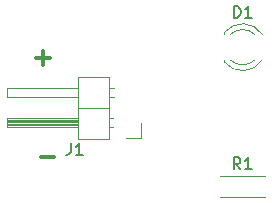
<source format=gbr>
%TF.GenerationSoftware,KiCad,Pcbnew,8.0.5*%
%TF.CreationDate,2025-01-04T02:07:05+01:00*%
%TF.ProjectId,Design_udemy_1,44657369-676e-45f7-9564-656d795f312e,rev?*%
%TF.SameCoordinates,Original*%
%TF.FileFunction,Legend,Top*%
%TF.FilePolarity,Positive*%
%FSLAX46Y46*%
G04 Gerber Fmt 4.6, Leading zero omitted, Abs format (unit mm)*
G04 Created by KiCad (PCBNEW 8.0.5) date 2025-01-04 02:07:05*
%MOMM*%
%LPD*%
G01*
G04 APERTURE LIST*
%ADD10C,0.300000*%
%ADD11C,0.150000*%
%ADD12C,0.120000*%
G04 APERTURE END LIST*
D10*
X81554510Y-79029400D02*
X82697368Y-79029400D01*
X81154510Y-70629400D02*
X82297368Y-70629400D01*
X81725939Y-71200828D02*
X81725939Y-70057971D01*
D11*
X98433333Y-80034819D02*
X98100000Y-79558628D01*
X97861905Y-80034819D02*
X97861905Y-79034819D01*
X97861905Y-79034819D02*
X98242857Y-79034819D01*
X98242857Y-79034819D02*
X98338095Y-79082438D01*
X98338095Y-79082438D02*
X98385714Y-79130057D01*
X98385714Y-79130057D02*
X98433333Y-79225295D01*
X98433333Y-79225295D02*
X98433333Y-79368152D01*
X98433333Y-79368152D02*
X98385714Y-79463390D01*
X98385714Y-79463390D02*
X98338095Y-79511009D01*
X98338095Y-79511009D02*
X98242857Y-79558628D01*
X98242857Y-79558628D02*
X97861905Y-79558628D01*
X99385714Y-80034819D02*
X98814286Y-80034819D01*
X99100000Y-80034819D02*
X99100000Y-79034819D01*
X99100000Y-79034819D02*
X99004762Y-79177676D01*
X99004762Y-79177676D02*
X98909524Y-79272914D01*
X98909524Y-79272914D02*
X98814286Y-79320533D01*
X84081666Y-77824819D02*
X84081666Y-78539104D01*
X84081666Y-78539104D02*
X84034047Y-78681961D01*
X84034047Y-78681961D02*
X83938809Y-78777200D01*
X83938809Y-78777200D02*
X83795952Y-78824819D01*
X83795952Y-78824819D02*
X83700714Y-78824819D01*
X85081666Y-78824819D02*
X84510238Y-78824819D01*
X84795952Y-78824819D02*
X84795952Y-77824819D01*
X84795952Y-77824819D02*
X84700714Y-77967676D01*
X84700714Y-77967676D02*
X84605476Y-78062914D01*
X84605476Y-78062914D02*
X84510238Y-78110533D01*
X97891905Y-67194819D02*
X97891905Y-66194819D01*
X97891905Y-66194819D02*
X98130000Y-66194819D01*
X98130000Y-66194819D02*
X98272857Y-66242438D01*
X98272857Y-66242438D02*
X98368095Y-66337676D01*
X98368095Y-66337676D02*
X98415714Y-66432914D01*
X98415714Y-66432914D02*
X98463333Y-66623390D01*
X98463333Y-66623390D02*
X98463333Y-66766247D01*
X98463333Y-66766247D02*
X98415714Y-66956723D01*
X98415714Y-66956723D02*
X98368095Y-67051961D01*
X98368095Y-67051961D02*
X98272857Y-67147200D01*
X98272857Y-67147200D02*
X98130000Y-67194819D01*
X98130000Y-67194819D02*
X97891905Y-67194819D01*
X99415714Y-67194819D02*
X98844286Y-67194819D01*
X99130000Y-67194819D02*
X99130000Y-66194819D01*
X99130000Y-66194819D02*
X99034762Y-66337676D01*
X99034762Y-66337676D02*
X98939524Y-66432914D01*
X98939524Y-66432914D02*
X98844286Y-66480533D01*
D12*
%TO.C,R1*%
X96680000Y-80580000D02*
X100520000Y-80580000D01*
X96680000Y-82420000D02*
X100520000Y-82420000D01*
%TO.C,J1*%
X90070000Y-77370000D02*
X88800000Y-77370000D01*
X90070000Y-76100000D02*
X90070000Y-77370000D01*
X87757071Y-73940000D02*
X87360000Y-73940000D01*
X87757071Y-73180000D02*
X87360000Y-73180000D01*
X87690000Y-76480000D02*
X87360000Y-76480000D01*
X87690000Y-75720000D02*
X87360000Y-75720000D01*
X87360000Y-77430000D02*
X87360000Y-72230000D01*
X87360000Y-74830000D02*
X84700000Y-74830000D01*
X87360000Y-72230000D02*
X84700000Y-72230000D01*
X84700000Y-77430000D02*
X87360000Y-77430000D01*
X84700000Y-76480000D02*
X78700000Y-76480000D01*
X84700000Y-76420000D02*
X78700000Y-76420000D01*
X84700000Y-76300000D02*
X78700000Y-76300000D01*
X84700000Y-76180000D02*
X78700000Y-76180000D01*
X84700000Y-76060000D02*
X78700000Y-76060000D01*
X84700000Y-75940000D02*
X78700000Y-75940000D01*
X84700000Y-75820000D02*
X78700000Y-75820000D01*
X84700000Y-73940000D02*
X78700000Y-73940000D01*
X84700000Y-72230000D02*
X84700000Y-77430000D01*
X78700000Y-76480000D02*
X78700000Y-75720000D01*
X78700000Y-75720000D02*
X84700000Y-75720000D01*
X78700000Y-73940000D02*
X78700000Y-73180000D01*
X78700000Y-73180000D02*
X84700000Y-73180000D01*
%TO.C,D1*%
X97070000Y-68464000D02*
X97070000Y-68620000D01*
X97070000Y-70780000D02*
X97070000Y-70936000D01*
X97070000Y-68464484D02*
G75*
G02*
X100302335Y-68621392I1560000J-1235516D01*
G01*
X97589039Y-68620000D02*
G75*
G02*
X99671130Y-68620163I1040961J-1080000D01*
G01*
X99671130Y-70779837D02*
G75*
G02*
X97589039Y-70780000I-1041130J1079837D01*
G01*
X100302335Y-70778608D02*
G75*
G02*
X97070000Y-70935516I-1672335J1078608D01*
G01*
%TD*%
M02*

</source>
